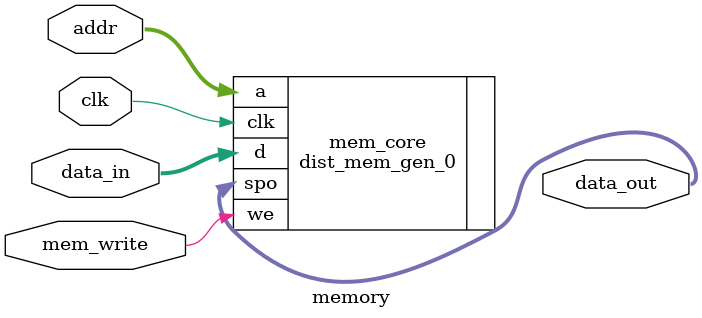
<source format=v>
`timescale 1ns / 1ps

module memory(
    input clk,
    input [4:0] addr,         // 5-bit address for 32 locations
    input [15:0] data_in,     // Data to write
    input mem_write,          // Memory write enable
    output [15:0] data_out    // Data read from memory
);

    // Instantiate the Distributed Memory Generator IP
    dist_mem_gen_0 mem_core (
        .a(addr),        // 5-bit address
        .d(data_in),     // 16-bit input data
        .clk(clk),       // clock
        .we(mem_write),  // write enable
        .spo(data_out)   // async 16-bit output data
    );

endmodule

</source>
